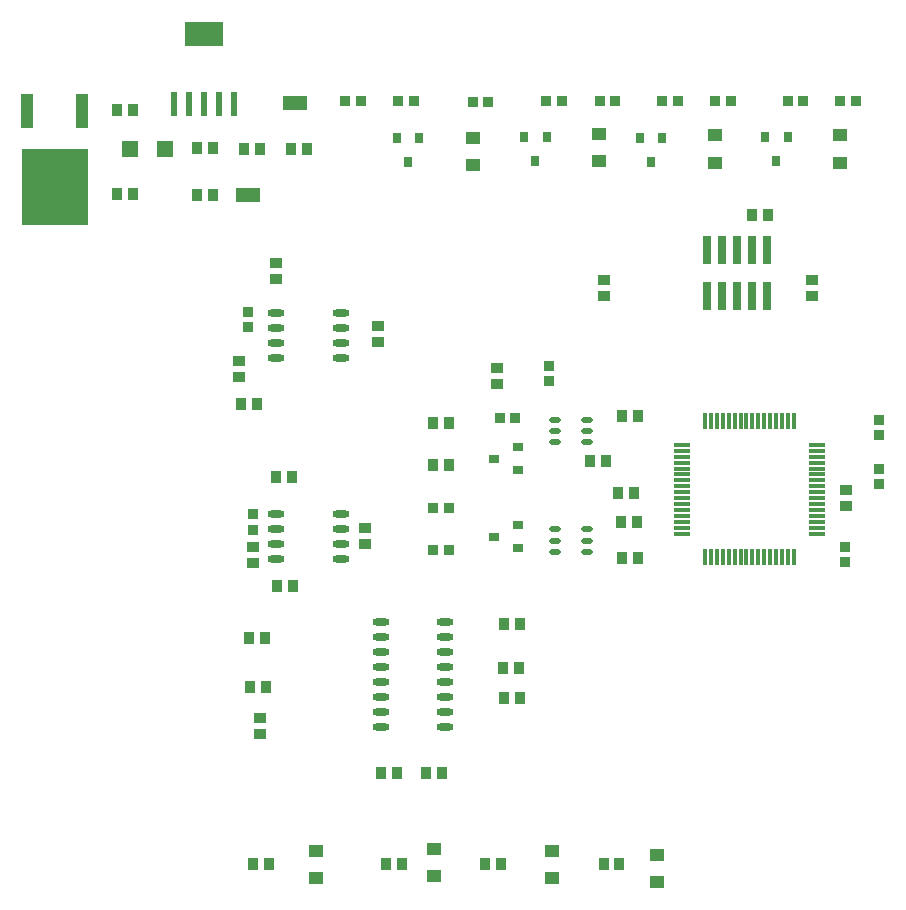
<source format=gtp>
G04*
G04 #@! TF.GenerationSoftware,Altium Limited,Altium Designer,19.1.8 (144)*
G04*
G04 Layer_Color=8421504*
%FSLAX25Y25*%
%MOIN*%
G70*
G01*
G75*
%ADD18R,0.02992X0.09449*%
%ADD19R,0.05315X0.01181*%
%ADD20R,0.01181X0.05315*%
%ADD21O,0.05709X0.02362*%
%ADD22O,0.03937X0.01968*%
%ADD23R,0.02362X0.08268*%
%ADD24R,0.12598X0.08268*%
%ADD25R,0.08071X0.04528*%
%ADD26R,0.03740X0.03347*%
%ADD27R,0.03347X0.03740*%
%ADD28R,0.03937X0.11811*%
%ADD29R,0.21850X0.25197*%
%ADD30R,0.03150X0.03543*%
%ADD31R,0.05118X0.04331*%
%ADD32R,0.03543X0.03150*%
%ADD33R,0.05315X0.05709*%
%ADD34R,0.03543X0.03937*%
%ADD35R,0.03937X0.03543*%
D18*
X250249Y303564D02*
D03*
Y318918D02*
D03*
X255249Y303564D02*
D03*
Y318918D02*
D03*
X260249Y303564D02*
D03*
Y318918D02*
D03*
X265249Y303564D02*
D03*
Y318918D02*
D03*
X270249Y303564D02*
D03*
Y318918D02*
D03*
D19*
X241594Y254064D02*
D03*
Y252095D02*
D03*
Y250127D02*
D03*
Y248158D02*
D03*
Y246190D02*
D03*
Y244221D02*
D03*
Y242253D02*
D03*
Y240284D02*
D03*
Y238316D02*
D03*
Y236347D02*
D03*
Y234379D02*
D03*
Y232410D02*
D03*
Y230442D02*
D03*
Y228473D02*
D03*
Y226505D02*
D03*
Y224536D02*
D03*
X286870D02*
D03*
Y226505D02*
D03*
Y228473D02*
D03*
Y230442D02*
D03*
Y232410D02*
D03*
Y234379D02*
D03*
Y236347D02*
D03*
Y238316D02*
D03*
Y240284D02*
D03*
Y242253D02*
D03*
Y244221D02*
D03*
Y246190D02*
D03*
Y248158D02*
D03*
Y250127D02*
D03*
Y252095D02*
D03*
Y254064D02*
D03*
D20*
X249468Y216662D02*
D03*
X251436D02*
D03*
X253405D02*
D03*
X255374D02*
D03*
X257342D02*
D03*
X259311D02*
D03*
X261279D02*
D03*
X263248D02*
D03*
X265216D02*
D03*
X267185D02*
D03*
X269153D02*
D03*
X271122D02*
D03*
X273090D02*
D03*
X275059D02*
D03*
X277027D02*
D03*
X278996D02*
D03*
Y261938D02*
D03*
X277027D02*
D03*
X275059D02*
D03*
X273090D02*
D03*
X271122D02*
D03*
X269153D02*
D03*
X267185D02*
D03*
X265216D02*
D03*
X263248D02*
D03*
X261279D02*
D03*
X259311D02*
D03*
X257342D02*
D03*
X255374D02*
D03*
X253405D02*
D03*
X251436D02*
D03*
X249468D02*
D03*
D21*
X162757Y160000D02*
D03*
Y165000D02*
D03*
Y170000D02*
D03*
Y175000D02*
D03*
Y180000D02*
D03*
Y185000D02*
D03*
Y190000D02*
D03*
Y195000D02*
D03*
X141300Y160000D02*
D03*
Y165000D02*
D03*
Y170000D02*
D03*
Y175000D02*
D03*
Y180000D02*
D03*
Y185000D02*
D03*
Y190000D02*
D03*
Y195000D02*
D03*
X106473Y298100D02*
D03*
Y293100D02*
D03*
Y288100D02*
D03*
Y283100D02*
D03*
X127929Y298100D02*
D03*
Y293100D02*
D03*
Y288100D02*
D03*
Y283100D02*
D03*
X106472Y230900D02*
D03*
Y225900D02*
D03*
Y220900D02*
D03*
Y215900D02*
D03*
X127928Y230900D02*
D03*
Y225900D02*
D03*
Y220900D02*
D03*
Y215900D02*
D03*
D22*
X199409Y262402D02*
D03*
Y258661D02*
D03*
Y254921D02*
D03*
X210039Y262402D02*
D03*
Y258661D02*
D03*
Y254921D02*
D03*
X199523Y225898D02*
D03*
Y222158D02*
D03*
Y218418D02*
D03*
X210153Y225898D02*
D03*
Y222158D02*
D03*
Y218418D02*
D03*
D23*
X72400Y367787D02*
D03*
X77400D02*
D03*
X82400D02*
D03*
X87400D02*
D03*
X92400D02*
D03*
D24*
X82400Y391213D02*
D03*
D25*
X112802Y368209D02*
D03*
X97053Y337264D02*
D03*
D26*
X307480Y257283D02*
D03*
Y262402D02*
D03*
X296000Y215000D02*
D03*
Y220118D02*
D03*
X307500Y241000D02*
D03*
Y246118D02*
D03*
X197539Y275394D02*
D03*
Y280512D02*
D03*
X97229Y298429D02*
D03*
Y293311D02*
D03*
X98700Y230959D02*
D03*
Y225841D02*
D03*
D27*
X196555Y368596D02*
D03*
X201673D02*
D03*
X214272D02*
D03*
X219390D02*
D03*
X277067D02*
D03*
X282185D02*
D03*
X294488D02*
D03*
X299606D02*
D03*
X235236D02*
D03*
X240354D02*
D03*
X252854D02*
D03*
X257972D02*
D03*
X129527D02*
D03*
X134646D02*
D03*
X152264Y368602D02*
D03*
X147146D02*
D03*
X171949Y368504D02*
D03*
X177067D02*
D03*
X181004Y263189D02*
D03*
X186122D02*
D03*
X158858Y218898D02*
D03*
X163976D02*
D03*
X158858Y233071D02*
D03*
X163976D02*
D03*
D28*
X41616Y365494D02*
D03*
X23584D02*
D03*
D29*
X32600Y340100D02*
D03*
D30*
X273228Y348721D02*
D03*
X269488Y356595D02*
D03*
X276969D02*
D03*
X231496Y348469D02*
D03*
X227756Y356343D02*
D03*
X235236D02*
D03*
X192913Y348721D02*
D03*
X189173Y356594D02*
D03*
X196653D02*
D03*
X150394Y348425D02*
D03*
X146653Y356299D02*
D03*
X154134D02*
D03*
D31*
X214173Y348819D02*
D03*
Y357874D02*
D03*
X233500Y108445D02*
D03*
Y117500D02*
D03*
X159197Y110291D02*
D03*
Y119346D02*
D03*
X119827Y109701D02*
D03*
Y118756D02*
D03*
X198567Y109701D02*
D03*
Y118756D02*
D03*
X294488Y348178D02*
D03*
Y357233D02*
D03*
X252756Y348178D02*
D03*
Y357233D02*
D03*
X171936Y347378D02*
D03*
Y356433D02*
D03*
D32*
X179134Y249508D02*
D03*
X187008Y253248D02*
D03*
Y245768D02*
D03*
X179134Y223524D02*
D03*
X187008Y227264D02*
D03*
Y219783D02*
D03*
D33*
X69307Y352714D02*
D03*
X57693D02*
D03*
D34*
X58857Y337651D02*
D03*
X53542D02*
D03*
X211122Y248720D02*
D03*
X216437D02*
D03*
X265243Y330700D02*
D03*
X270557D02*
D03*
X221358Y228346D02*
D03*
X226673D02*
D03*
X220472Y237992D02*
D03*
X225787D02*
D03*
X146858Y144882D02*
D03*
X141542D02*
D03*
X156496Y144882D02*
D03*
X161811D02*
D03*
X227067Y263779D02*
D03*
X221752D02*
D03*
X227067Y216535D02*
D03*
X221752D02*
D03*
X106299Y243307D02*
D03*
X111614D02*
D03*
X111516Y352600D02*
D03*
X116831D02*
D03*
X85335Y353000D02*
D03*
X80020D02*
D03*
X98764Y114228D02*
D03*
X104079D02*
D03*
X181540Y114228D02*
D03*
X176225D02*
D03*
X182382Y169882D02*
D03*
X187697D02*
D03*
X181943Y179800D02*
D03*
X187258D02*
D03*
X164075Y247244D02*
D03*
X158760D02*
D03*
X79985Y337402D02*
D03*
X85300D02*
D03*
X95767Y352756D02*
D03*
X101082D02*
D03*
X53543Y365700D02*
D03*
X58857D02*
D03*
X94882Y267618D02*
D03*
X100197D02*
D03*
X103051Y173228D02*
D03*
X97736D02*
D03*
X102854Y189862D02*
D03*
X97539D02*
D03*
X112057Y207000D02*
D03*
X106743D02*
D03*
X182579Y194488D02*
D03*
X187893D02*
D03*
X164075Y261417D02*
D03*
X158760D02*
D03*
X148272Y114326D02*
D03*
X142957D02*
D03*
X220910Y114228D02*
D03*
X215595D02*
D03*
D35*
X296457Y233858D02*
D03*
Y239173D02*
D03*
X106299Y309350D02*
D03*
Y314665D02*
D03*
X140500Y288243D02*
D03*
Y293558D02*
D03*
X136100Y220942D02*
D03*
Y226257D02*
D03*
X101000Y163157D02*
D03*
Y157843D02*
D03*
X94193Y282086D02*
D03*
Y276772D02*
D03*
X180100Y274443D02*
D03*
Y279757D02*
D03*
X98800Y220057D02*
D03*
Y214743D02*
D03*
X285200Y308957D02*
D03*
Y303642D02*
D03*
X215800Y308957D02*
D03*
Y303642D02*
D03*
M02*

</source>
